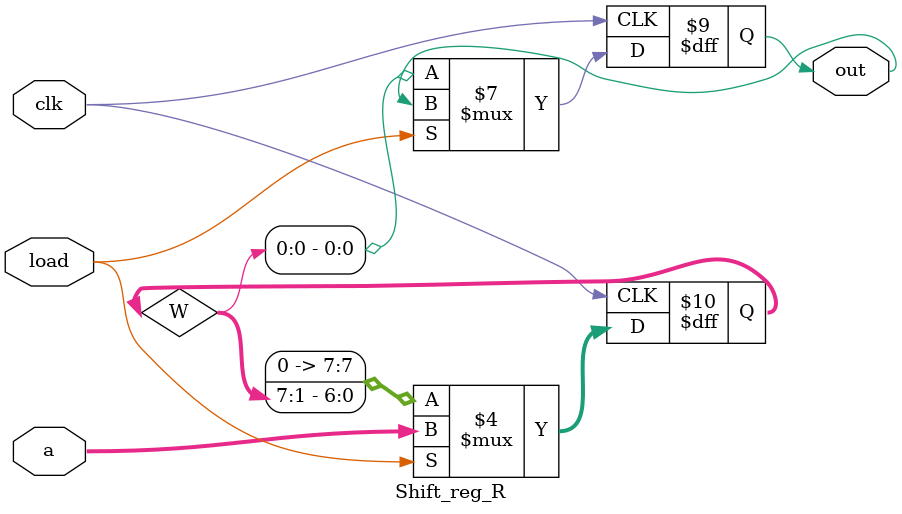
<source format=v>
`timescale 1ns / 1ps
module Shift_reg_R(
   input [7:0] a,
	input clk,
	input load,
	output reg out
    );
	 reg [7:0] W; 	// to store the input value to right shift for every clock edge 
	 initial out = 1'b0;
	 always@(posedge clk)
	 begin
			if(load) 		// to load initially value of a in W.
				W <= a;
			else
				begin
					out <= W[0];				// output = LSB of W
					W <= {1'b0,W[7:1]}; 	// right shiting the register
				end
	 end
	 


endmodule
</source>
